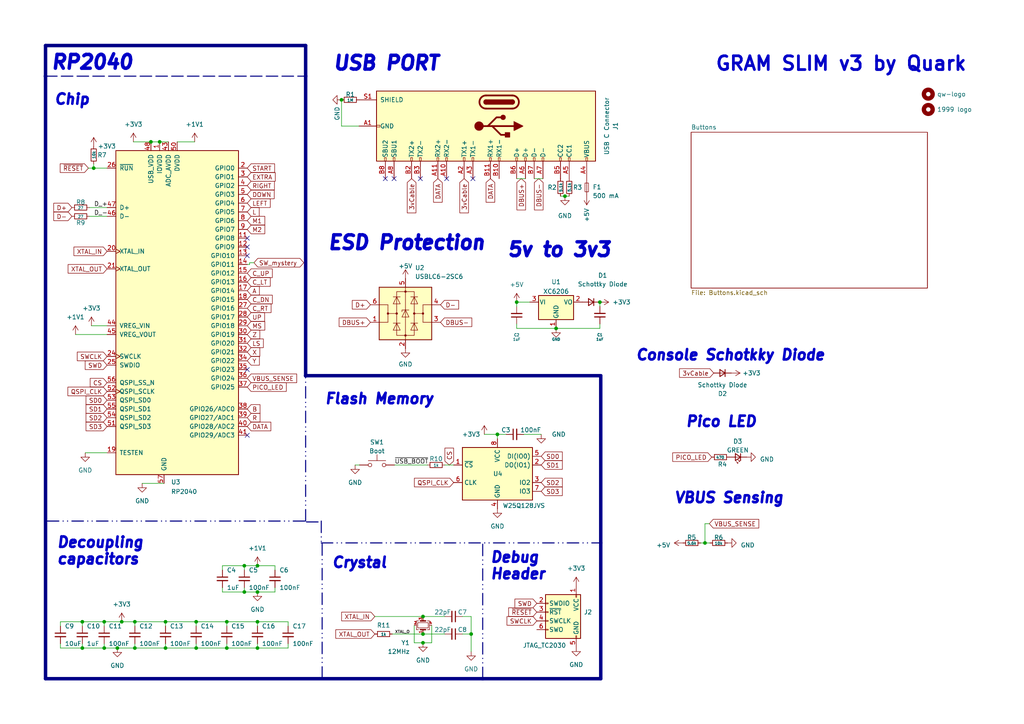
<source format=kicad_sch>
(kicad_sch (version 20230121) (generator eeschema)
  (paper "A4")
  (lib_symbols
    (symbol "Connector:USB_C_Receptacle" (pin_names (offset 1.016))
      (property "Reference" "J" (at -10.16 29.21 0))
      (property "Value" "USB_C_Receptacle" (at 10.16 29.21 0))
      (symbol "USB_C_Receptacle_1_1"
        (pin passive line (at 0 -40.64 90) (length 5.08) (name "GND") (number "A1"))
        (pin bidirectional line (at 15.24 -15.24 180) (length 5.08) (name "RX2-") (number "A10"))
        (pin bidirectional line (at 15.24 -17.78 180) (length 5.08) (name "RX2+") (number "A11"))
        (pin passive line (at 0 -40.64 90) (length 5.08) hide (name "GND") (number "A12"))
        (pin bidirectional line (at 15.24 -10.16 180) (length 5.08) (name "TX1+") (number "A2"))
        (pin bidirectional line (at 15.24 -7.62 180) (length 5.08) (name "TX1-") (number "A3"))
        (pin passive line (at 15.24 25.4 180) (length 5.08) (name "VBUS") (number "A4"))
        (pin bidirectional line (at 15.24 20.32 180) (length 5.08) (name "CC1") (number "A5"))
        (pin bidirectional line (at 15.24 7.62 180) (length 5.08) (name "D+") (number "A6"))
        (pin bidirectional line (at 15.24 12.7 180) (length 5.08) (name "D-") (number "A7"))
        (pin bidirectional line (at 15.24 -30.48 180) (length 5.08) (name "SBU1") (number "A8"))
        (pin passive line (at 15.24 25.4 180) (length 5.08) hide (name "VBUS") (number "A9"))
        (pin passive line (at 0 -40.64 90) (length 5.08) hide (name "GND") (number "B1"))
        (pin bidirectional line (at 15.24 0 180) (length 5.08) (name "RX1-") (number "B10"))
        (pin bidirectional line (at 15.24 -2.54 180) (length 5.08) (name "RX1+") (number "B11"))
        (pin passive line (at 0 -40.64 90) (length 5.08) hide (name "GND") (number "B12"))
        (pin bidirectional line (at 15.24 -25.4 180) (length 5.08) (name "TX2+") (number "B2"))
        (pin bidirectional line (at 15.24 -22.86 180) (length 5.08) (name "TX2-") (number "B3"))
        (pin passive line (at 15.24 25.4 180) (length 5.08) hide (name "VBUS") (number "B4"))
        (pin bidirectional line (at 15.24 17.78 180) (length 5.08) (name "CC2") (number "B5"))
        (pin bidirectional line (at 15.24 5.08 180) (length 5.08) (name "D+") (number "B6"))
        (pin bidirectional line (at 15.24 10.16 180) (length 5.08) (name "D-") (number "B7"))
        (pin bidirectional line (at 15.24 -33.02 180) (length 5.08) (name "SBU2") (number "B8"))
        (pin passive line (at 15.24 25.4 180) (length 5.08) hide (name "VBUS") (number "B9"))
        (pin passive line (at -7.62 -40.64 90) (length 5.08) (name "SHIELD") (number "S1"))
      )
    )
    (symbol "Device:C_Small" (pin_numbers hide) (pin_names (offset 0.254) hide)
      (property "Reference" "C" (at 0.254 1.778 0))
      (property "Value" "C_Small" (at 0.254 -2.032 0))
      (symbol "C_Small_1_1"
        (pin passive line (at 0 2.54 270) (length 2.032) (name "~") (number "1"))
        (pin passive line (at 0 -2.54 90) (length 2.032) (name "~") (number "2"))
      )
    )
    (symbol "Device:Crystal_GND24_Small" (pin_names (offset 1.016) hide)
      (property "Reference" "Y" (at 1.27 4.445 0))
      (property "Value" "Crystal_GND24_Small" (at 1.27 2.54 0))
      (symbol "Crystal_GND24_Small_1_1"
        (pin passive line (at -2.54 0 0) (length 1.27) (name "1") (number "1"))
        (pin passive line (at 0 -2.54 90) (length 0.635) (name "2") (number "2"))
        (pin passive line (at 2.54 0 180) (length 1.27) (name "3") (number "3"))
        (pin passive line (at 0 2.54 270) (length 0.635) (name "4") (number "4"))
      )
    )
    (symbol "Device:D_Small" (pin_numbers hide) (pin_names (offset 0.254) hide)
      (property "Reference" "D" (at -1.27 2.032 0))
      (property "Value" "D_Small" (at -3.81 -2.032 0))
      (symbol "D_Small_1_1"
        (pin passive line (at -2.54 0 0) (length 1.778) (name "K") (number "1"))
        (pin passive line (at 2.54 0 180) (length 1.778) (name "A") (number "2"))
      )
    )
    (symbol "Device:Fuse_Small" (pin_numbers hide) (pin_names (offset 0.254) hide)
      (property "Reference" "F" (at 0 -1.524 0))
      (property "Value" "Fuse_Small" (at 0 1.524 0))
      (symbol "Fuse_Small_1_1"
        (pin passive line (at -2.54 0 0) (length 1.27) (name "~") (number "1"))
        (pin passive line (at 2.54 0 180) (length 1.27) (name "~") (number "2"))
      )
    )
    (symbol "Device:LED_Small" (pin_numbers hide) (pin_names (offset 0.254) hide)
      (property "Reference" "D" (at -1.27 3.175 0))
      (property "Value" "LED_Small" (at -4.445 -2.54 0))
      (symbol "LED_Small_1_1"
        (pin passive line (at -2.54 0 0) (length 1.778) (name "K") (number "1"))
        (pin passive line (at 2.54 0 180) (length 1.778) (name "A") (number "2"))
      )
    )
    (symbol "Device:R_Small" (pin_numbers hide) (pin_names (offset 0.254) hide)
      (property "Reference" "R" (at 0.762 0.508 0))
      (property "Value" "R_Small" (at 0.762 -1.016 0))
      (symbol "R_Small_1_1"
        (pin passive line (at 0 2.54 270) (length 0.762) (name "~") (number "1"))
        (pin passive line (at 0 -2.54 90) (length 0.762) (name "~") (number "2"))
      )
    )
    (symbol "Mechanical:MountingHole" (pin_names (offset 1.016))
      (property "Reference" "H" (at 0 5.08 0))
      (property "Value" "MountingHole" (at 0 3.175 0))
    )
    (symbol "Memory_Flash:W25Q128JVS"
      (property "Reference" "U" (at -8.89 8.89 0))
      (property "Value" "W25Q128JVS" (at 7.62 8.89 0))
      (symbol "W25Q128JVS_1_1"
        (pin input line (at -12.7 2.54 0) (length 2.54) (name "~{CS}") (number "1"))
        (pin bidirectional line (at 12.7 2.54 180) (length 2.54) (name "DO(IO1)") (number "2"))
        (pin bidirectional line (at 12.7 -2.54 180) (length 2.54) (name "IO2") (number "3"))
        (pin power_in line (at 0 -10.16 90) (length 2.54) (name "GND") (number "4"))
        (pin bidirectional line (at 12.7 5.08 180) (length 2.54) (name "DI(IO0)") (number "5"))
        (pin input line (at -12.7 -2.54 0) (length 2.54) (name "CLK") (number "6"))
        (pin bidirectional line (at 12.7 -5.08 180) (length 2.54) (name "IO3") (number "7"))
        (pin power_in line (at 0 10.16 270) (length 2.54) (name "VCC") (number "8"))
      )
    )
    (symbol "Power_Protection:USBLC6-2SC6" (pin_names hide)
      (property "Reference" "U" (at 2.54 8.89 0))
      (property "Value" "USBLC6-2SC6" (at 2.54 -8.89 0))
      (symbol "USBLC6-2SC6_1_1"
        (pin passive line (at -10.16 -2.54 0) (length 2.54) (name "I/O1") (number "1"))
        (pin passive line (at 0 -10.16 90) (length 2.54) (name "GND") (number "2"))
        (pin passive line (at 10.16 -2.54 180) (length 2.54) (name "I/O2") (number "3"))
        (pin passive line (at 10.16 2.54 180) (length 2.54) (name "I/O2") (number "4"))
        (pin passive line (at 0 10.16 270) (length 2.54) (name "VBUS") (number "5"))
        (pin passive line (at -10.16 2.54 0) (length 2.54) (name "I/O1") (number "6"))
      )
    )
    (symbol "Regulator_Linear:XC6206PxxxMR" (pin_names (offset 0.254))
      (property "Reference" "U" (at -3.81 3.175 0))
      (property "Value" "XC6206PxxxMR" (at 0 3.175 0))
      (symbol "XC6206PxxxMR_1_1"
        (pin power_in line (at 0 -7.62 90) (length 2.54) (name "GND") (number "1"))
        (pin power_out line (at 7.62 0 180) (length 2.54) (name "VO") (number "2"))
        (pin power_in line (at -7.62 0 0) (length 2.54) (name "VI") (number "3"))
      )
    )
    (symbol "Sleep-lib:RP2040" (pin_names (offset 1.016))
      (property "Reference" "U" (at 8.89 51.435 0))
      (property "Value" "RP2040" (at 8.89 48.895 0))
      (symbol "RP2040_1_1"
        (pin power_in line (at -5.08 50.8 270) (length 2.54) (name "IOVDD") (number "1"))
        (pin power_in line (at -5.08 50.8 270) (length 2.54) hide (name "IOVDD") (number "10"))
        (pin input line (at 20.32 22.86 180) (length 2.54) (name "GPIO8") (number "11"))
        (pin input line (at 20.32 20.32 180) (length 2.54) (name "GPIO9") (number "12"))
        (pin input line (at 20.32 17.78 180) (length 2.54) (name "GPIO10") (number "13"))
        (pin input line (at 20.32 15.24 180) (length 2.54) (name "GPIO11") (number "14"))
        (pin input line (at 20.32 12.7 180) (length 2.54) (name "GPIO12") (number "15"))
        (pin input line (at 20.32 10.16 180) (length 2.54) (name "GPIO13") (number "16"))
        (pin input line (at 20.32 7.62 180) (length 2.54) (name "GPIO14") (number "17"))
        (pin input line (at 20.32 5.08 180) (length 2.54) (name "GPIO15") (number "18"))
        (pin input line (at -20.32 -39.37 0) (length 2.54) (name "TESTEN") (number "19"))
        (pin input line (at 20.32 43.18 180) (length 2.54) (name "GPIO0") (number "2"))
        (pin input clock (at -20.32 19.05 0) (length 2.54) (name "XTAL_IN") (number "20"))
        (pin input clock (at -20.32 13.97 0) (length 2.54) (name "XTAL_OUT") (number "21"))
        (pin power_in line (at -5.08 50.8 270) (length 2.54) hide (name "IOVDD") (number "22"))
        (pin power_in line (at 0 50.8 270) (length 2.54) hide (name "DVDD") (number "23"))
        (pin input clock (at -20.32 -11.43 0) (length 2.54) (name "SWCLK") (number "24"))
        (pin bidirectional line (at -20.32 -13.97 0) (length 2.54) (name "SWDIO") (number "25"))
        (pin input line (at -20.32 43.18 0) (length 2.54) (name "~{RUN}") (number "26"))
        (pin input line (at 20.32 2.54 180) (length 2.54) (name "GPIO16") (number "27"))
        (pin input line (at 20.32 0 180) (length 2.54) (name "GPIO17") (number "28"))
        (pin input line (at 20.32 -2.54 180) (length 2.54) (name "GPIO18") (number "29"))
        (pin input line (at 20.32 40.64 180) (length 2.54) (name "GPIO1") (number "3"))
        (pin input line (at 20.32 -5.08 180) (length 2.54) (name "GPIO19") (number "30"))
        (pin input line (at 20.32 -7.62 180) (length 2.54) (name "GPIO20") (number "31"))
        (pin input line (at 20.32 -10.16 180) (length 2.54) (name "GPIO21") (number "32"))
        (pin power_in line (at -5.08 50.8 270) (length 2.54) hide (name "IOVDD") (number "33"))
        (pin input line (at 20.32 -12.7 180) (length 2.54) (name "GPIO22") (number "34"))
        (pin input line (at 20.32 -15.24 180) (length 2.54) (name "GPIO23") (number "35"))
        (pin input line (at 20.32 -17.78 180) (length 2.54) (name "GPIO24") (number "36"))
        (pin input line (at 20.32 -20.32 180) (length 2.54) (name "GPIO25") (number "37"))
        (pin input line (at 20.32 -26.67 180) (length 2.54) (name "GPIO26/ADC0") (number "38"))
        (pin input line (at 20.32 -29.21 180) (length 2.54) (name "GPIO27/ADC1") (number "39"))
        (pin input line (at 20.32 38.1 180) (length 2.54) (name "GPIO2") (number "4"))
        (pin input line (at 20.32 -31.75 180) (length 2.54) (name "GPIO28/ADC2") (number "40"))
        (pin input line (at 20.32 -34.29 180) (length 2.54) (name "GPIO29/ADC3") (number "41"))
        (pin power_in line (at -5.08 50.8 270) (length 2.54) hide (name "IOVDD") (number "42"))
        (pin power_in line (at -2.54 50.8 270) (length 2.54) (name "ADC_AVDD") (number "43"))
        (pin power_in line (at -20.32 -2.54 0) (length 2.54) (name "VREG_VIN") (number "44"))
        (pin power_out line (at -20.32 -5.08 0) (length 2.54) (name "VREG_VOUT") (number "45"))
        (pin bidirectional line (at -20.32 29.21 0) (length 2.54) (name "D-") (number "46"))
        (pin bidirectional line (at -20.32 31.75 0) (length 2.54) (name "D+") (number "47"))
        (pin power_in line (at -7.62 50.8 270) (length 2.54) (name "USB_VDD") (number "48"))
        (pin power_in line (at -5.08 50.8 270) (length 2.54) hide (name "IOVDD") (number "49"))
        (pin input line (at 20.32 35.56 180) (length 2.54) (name "GPIO3") (number "5"))
        (pin power_in line (at 0 50.8 270) (length 2.54) (name "DVDD") (number "50"))
        (pin bidirectional line (at -20.32 -31.75 0) (length 2.54) (name "QSPI_SD3") (number "51"))
        (pin input clock (at -20.32 -21.59 0) (length 2.54) (name "QSPI_SCLK") (number "52"))
        (pin bidirectional line (at -20.32 -24.13 0) (length 2.54) (name "QSPI_SD0") (number "53"))
        (pin bidirectional line (at -20.32 -29.21 0) (length 2.54) (name "QSPI_SD2") (number "54"))
        (pin bidirectional line (at -20.32 -26.67 0) (length 2.54) (name "QSPI_SD1") (number "55"))
        (pin bidirectional line (at -20.32 -19.05 0) (length 2.54) (name "QSPI_SS_N") (number "56"))
        (pin power_in line (at -3.81 -48.26 90) (length 2.54) (name "GND") (number "57"))
        (pin input line (at 20.32 33.02 180) (length 2.54) (name "GPIO4") (number "6"))
        (pin input line (at 20.32 30.48 180) (length 2.54) (name "GPIO5") (number "7"))
        (pin input line (at 20.32 27.94 180) (length 2.54) (name "GPIO6") (number "8"))
        (pin input line (at 20.32 25.4 180) (length 2.54) (name "GPIO7") (number "9"))
      )
    )
    (symbol "Switch:SW_Push" (pin_numbers hide) (pin_names (offset 1.016) hide)
      (property "Reference" "SW" (at 1.27 2.54 0))
      (property "Value" "SW_Push" (at 0 -1.524 0))
      (symbol "SW_Push_0_1"
        (pin passive line (at -5.08 0 0) (length 2.54) (name "1") (number "1"))
        (pin passive line (at 5.08 0 180) (length 2.54) (name "2") (number "2"))
      )
    )
    (symbol "marbastlib-various:JTAG_TC2030" (pin_names (offset 1.016))
      (property "Reference" "J" (at -3.81 -6.35 0))
      (property "Value" "JTAG_TC2030" (at -10.16 8.89 0))
      (symbol "JTAG_TC2030_1_1"
        (pin passive line (at 5.08 10.16 270) (length 2.54) (name "VCC") (number "1"))
        (pin passive line (at -6.35 5.08 0) (length 2.54) (name "SWDIO") (number "2"))
        (pin passive line (at -6.35 2.54 0) (length 2.54) (name "~{RST}") (number "3"))
        (pin passive line (at -6.35 0 0) (length 2.54) (name "SWCLK") (number "4"))
        (pin passive line (at 5.08 -7.62 90) (length 2.54) (name "GND") (number "5"))
        (pin passive line (at -6.35 -2.54 0) (length 2.54) (name "SWO") (number "6"))
      )
    )
    (symbol "power:+1V1" (power) (pin_names (offset 0))
      (property "Value" "+1V1" (at 0 3.556 0))
      (symbol "+1V1_1_1"
        (pin power_in line (at 0 0 90) (length 0) hide (name "+1V1") (number "1"))
      )
    )
    (symbol "power:+3.3V" (power) (pin_names (offset 0))
      (property "Value" "+3.3V" (at 0 3.556 0))
      (symbol "+3.3V_1_1"
        (pin power_in line (at 0 0 90) (length 0) hide (name "+3V3") (number "1"))
      )
    )
    (symbol "power:+3V3" (power) (pin_names (offset 0))
      (property "Value" "+3V3" (at 0 3.556 0))
      (symbol "+3V3_1_1"
        (pin power_in line (at 0 0 90) (length 0) hide (name "+3V3") (number "1"))
      )
    )
    (symbol "power:+5V" (power) (pin_names (offset 0))
      (property "Value" "+5V" (at 0 3.556 0))
      (symbol "+5V_1_1"
        (pin power_in line (at 0 0 90) (length 0) hide (name "+5V") (number "1"))
      )
    )
    (symbol "power:GND" (power) (pin_names (offset 0))
      (property "Value" "GND" (at 0 -3.81 0))
      (symbol "GND_1_1"
        (pin power_in line (at 0 0 270) (length 0) hide (name "GND") (number "1"))
      )
    )
  )
  (junction (at 23.876 180.34))
  (junction (at 48.006 180.34))
  (junction (at 88.646 22.098))
  (junction (at 74.676 171.704))
  (junction (at 74.676 180.34))
  (junction (at 30.226 187.96))
  (junction (at 27.178 48.768))
  (junction (at 70.866 171.704))
  (junction (at 149.86 87.63) (diameter 0.9144))
  (junction (at 56.896 187.96))
  (junction (at 99.06 28.956))
  (junction (at 204.47 157.48))
  (junction (at 144.272 125.984))
  (junction (at 174.244 157.4631))
  (junction (at 140.001 196.85))
  (junction (at 65.786 180.34))
  (junction (at 136.652 183.896))
  (junction (at 39.116 180.34))
  (junction (at 30.226 180.34))
  (junction (at 23.876 187.96))
  (junction (at 13.208 22.098))
  (junction (at 122.682 178.816))
  (junction (at 65.786 187.96))
  (junction (at 74.676 187.96))
  (junction (at 74.676 164.084))
  (junction (at 70.866 164.084))
  (junction (at 173.99 87.63))
  (junction (at 56.896 180.34))
  (junction (at 39.116 187.96))
  (junction (at 161.29 95.25) (diameter 0.9144))
  (junction (at 46.3108 41.148))
  (junction (at 48.006 187.96))
  (junction (at 43.7708 41.148))
  (junction (at 88.646 108.966))
  (junction (at 163.8554 56.896))
  (junction (at 122.682 183.896))
  (junction (at 122.682 186.436))
  (junction (at 34.036 187.96))
  (junction (at 35.306 180.34))
  (no_connect (at 111.76 51.816))
  (no_connect (at 71.7108 69.088))
  (no_connect (at 137.16 51.816))
  (no_connect (at 121.92 51.816))
  (no_connect (at 114.3 51.816))
  (no_connect (at 71.7108 74.168))
  (no_connect (at 71.7108 71.628))
  (no_connect (at 71.7108 107.188))
  (no_connect (at 129.54 51.816))
  (no_connect (at 71.7108 126.238))
  (wire (pts (xy 72.39 76.2) (xy 72.39 76.708)))
  (wire (pts (xy 64.516 164.084) (xy 64.516 165.354)))
  (wire (pts (xy 24.7208 131.318) (xy 31.0708 131.318)))
  (wire (pts (xy 151.892 125.984) (xy 156.972 125.984)))
  (bus (pts (xy 88.646 151.13) (xy 88.646 108.966)) (stroke (width 0) (type dash_dot_dot)))
  (wire (pts (xy 120.142 181.356) (xy 120.142 186.436)))
  (wire (pts (xy 173.99 93.9546) (xy 173.99 95.25)))
  (wire (pts (xy 39.116 187.96) (xy 39.116 186.69)))
  (wire (pts (xy 74.676 180.34) (xy 74.676 181.61)))
  (wire (pts (xy 34.036 187.96) (xy 39.116 187.96)))
  (wire (pts (xy 136.652 183.896) (xy 134.112 183.896)))
  (wire (pts (xy 25.94 62.738) (xy 31.0708 62.738)))
  (wire (pts (xy 136.652 183.896) (xy 136.652 188.976)))
  (bus (pts (xy 174.244 196.85) (xy 174.244 157.4631)) (stroke (width 1)))
  (wire (pts (xy 72.39 76.708) (xy 71.7108 76.708)))
  (wire (pts (xy 70.866 164.084) (xy 70.866 165.354)))
  (wire (pts (xy 99.06 36.576) (xy 99.06 28.956)))
  (wire (pts (xy 31.0708 97.028) (xy 21.9014 97.028)))
  (bus (pts (xy 13.208 196.85) (xy 140.001 196.85)) (stroke (width 1)))
  (wire (pts (xy 25.94 60.198) (xy 31.0708 60.198)))
  (bus (pts (xy 140.001 196.85) (xy 140.001 157.48)) (stroke (width 0) (type dash_dot_dot)))
  (wire (pts (xy 73.66 76.2) (xy 72.39 76.2)))
  (wire (pts (xy 102.997 134.874) (xy 104.267 134.874)))
  (wire (pts (xy 120.142 186.436) (xy 122.682 186.436)))
  (bus (pts (xy 13.208 13.208) (xy 88.646 13.208)) (stroke (width 1)))
  (wire (pts (xy 64.516 170.434) (xy 64.516 171.704)))
  (wire (pts (xy 56.896 186.69) (xy 56.896 187.96)))
  (wire (pts (xy 17.526 186.69) (xy 17.526 187.96)))
  (wire (pts (xy 136.652 178.816) (xy 136.652 183.896)))
  (bus (pts (xy 13.208 22.098) (xy 88.646 22.098)) (stroke (width 0) (type dash)))
  (wire (pts (xy 26.5242 94.488) (xy 31.0708 94.488)))
  (wire (pts (xy 65.786 180.34) (xy 65.786 181.61)))
  (bus (pts (xy 88.646 108.966) (xy 174.244 108.966)) (stroke (width 1)))
  (wire (pts (xy 38.6908 41.148) (xy 43.7708 41.148)))
  (wire (pts (xy 152.4 51.816) (xy 149.86 51.816)))
  (wire (pts (xy 17.526 187.96) (xy 23.876 187.96)))
  (wire (pts (xy 70.866 170.434) (xy 70.866 171.704)))
  (wire (pts (xy 162.56 56.896) (xy 163.8554 56.896)))
  (bus (pts (xy 140.001 196.85) (xy 174.244 196.85)) (stroke (width 1)))
  (wire (pts (xy 79.756 171.704) (xy 79.756 170.434)))
  (wire (pts (xy 129.032 183.896) (xy 122.682 183.896)))
  (wire (pts (xy 104.14 36.576) (xy 99.06 36.576)))
  (wire (pts (xy 74.676 180.34) (xy 83.566 180.34)))
  (wire (pts (xy 65.786 186.69) (xy 65.786 187.96)))
  (wire (pts (xy 149.86 87.63) (xy 153.67 87.63)))
  (wire (pts (xy 39.116 187.96) (xy 48.006 187.96)))
  (wire (pts (xy 70.866 171.704) (xy 74.676 171.704)))
  (wire (pts (xy 25.6351 48.768) (xy 27.178 48.768)))
  (wire (pts (xy 48.006 187.96) (xy 56.896 187.96)))
  (bus (pts (xy 174.244 157.4631) (xy 174.244 108.966)) (stroke (width 1)))
  (wire (pts (xy 30.226 180.34) (xy 23.876 180.34)))
  (wire (pts (xy 83.566 180.34) (xy 83.566 181.61)))
  (wire (pts (xy 39.116 180.34) (xy 39.116 181.61)))
  (wire (pts (xy 129.032 134.874) (xy 131.572 134.874)))
  (wire (pts (xy 83.566 187.96) (xy 83.566 186.69)))
  (bus (pts (xy 88.646 13.208) (xy 88.646 22.098)) (stroke (width 1)))
  (wire (pts (xy 39.116 180.34) (xy 48.006 180.34)))
  (wire (pts (xy 70.866 164.084) (xy 64.516 164.084)))
  (wire (pts (xy 74.676 164.084) (xy 79.756 164.084)))
  (wire (pts (xy 35.306 180.34) (xy 39.116 180.34)))
  (wire (pts (xy 140.462 125.984) (xy 144.272 125.984)))
  (wire (pts (xy 114.427 134.874) (xy 123.952 134.874)))
  (wire (pts (xy 204.47 157.48) (xy 205.9178 157.48)))
  (bus (pts (xy 93.1852 151.13) (xy 93.1852 157.4631)) (stroke (width 0) (type dash_dot_dot)))
  (wire (pts (xy 48.006 187.96) (xy 48.006 186.69)))
  (wire (pts (xy 23.876 180.34) (xy 23.876 181.61)))
  (wire (pts (xy 65.786 180.34) (xy 74.676 180.34)))
  (wire (pts (xy 203.2 157.48) (xy 204.47 157.48)))
  (wire (pts (xy 149.86 93.98) (xy 149.86 95.25)))
  (wire (pts (xy 204.47 151.892) (xy 204.47 157.48)))
  (wire (pts (xy 144.272 125.984) (xy 146.812 125.984)))
  (wire (pts (xy 79.756 164.084) (xy 79.756 165.354)))
  (wire (pts (xy 30.226 180.34) (xy 30.226 181.61)))
  (wire (pts (xy 157.48 51.816) (xy 154.94 51.816)))
  (wire (pts (xy 30.226 187.96) (xy 34.036 187.96)))
  (wire (pts (xy 74.676 187.96) (xy 74.676 186.69)))
  (wire (pts (xy 17.526 180.34) (xy 23.876 180.34)))
  (wire (pts (xy 30.226 180.34) (xy 35.306 180.34)))
  (bus (pts (xy 88.646 22.098) (xy 88.646 108.966)) (stroke (width 1)))
  (wire (pts (xy 27.178 47.498) (xy 27.178 48.768)))
  (wire (pts (xy 161.29 95.25) (xy 173.99 95.25)))
  (wire (pts (xy 46.3108 41.148) (xy 48.8508 41.148)))
  (wire (pts (xy 125.222 181.356) (xy 125.222 186.436)))
  (wire (pts (xy 108.712 178.816) (xy 122.682 178.816)))
  (wire (pts (xy 64.516 171.704) (xy 70.866 171.704)))
  (wire (pts (xy 122.682 183.896) (xy 113.792 183.896)))
  (wire (pts (xy 48.006 180.34) (xy 48.006 181.61)))
  (wire (pts (xy 144.272 125.984) (xy 144.272 127.254)))
  (bus (pts (xy 88.9 151.384) (xy 93.4392 151.384)) (stroke (width 0) (type dash_dot_dot)))
  (wire (pts (xy 30.226 186.69) (xy 30.226 187.96)))
  (bus (pts (xy 93.1852 157.4631) (xy 174.244 157.4631)) (stroke (width 0) (type dash_dot_dot)))
  (wire (pts (xy 51.3908 41.148) (xy 56.4708 41.148)))
  (bus (pts (xy 93.4392 157.7171) (xy 93.4392 197.104)) (stroke (width 0) (type dash_dot_dot)))
  (wire (pts (xy 48.006 180.34) (xy 56.896 180.34)))
  (wire (pts (xy 125.222 186.436) (xy 122.682 186.436)))
  (wire (pts (xy 149.86 87.63) (xy 149.86 88.9)))
  (wire (pts (xy 56.896 180.34) (xy 65.786 180.34)))
  (wire (pts (xy 161.29 95.25) (xy 149.86 95.25)))
  (wire (pts (xy 163.8554 56.896) (xy 165.1 56.896)))
  (wire (pts (xy 56.896 180.34) (xy 56.896 181.61)))
  (wire (pts (xy 173.99 88.8746) (xy 173.99 87.63)))
  (wire (pts (xy 74.676 187.96) (xy 83.566 187.96)))
  (wire (pts (xy 23.876 187.96) (xy 30.226 187.96)))
  (wire (pts (xy 23.876 186.69) (xy 23.876 187.96)))
  (wire (pts (xy 205.74 151.892) (xy 204.47 151.892)))
  (bus (pts (xy 174.244 157.4631) (xy 174.244 157.48)))
  (bus (pts (xy 13.716 151.13) (xy 88.646 151.13)) (stroke (width 0) (type dash_dot_dot)))
  (wire (pts (xy 129.032 178.816) (xy 122.682 178.816)))
  (wire (pts (xy 41.2308 140.208) (xy 47.5808 140.208)))
  (bus (pts (xy 13.208 13.208) (xy 13.208 22.098)) (stroke (width 1)))
  (wire (pts (xy 56.896 187.96) (xy 65.786 187.96)))
  (bus (pts (xy 13.208 22.098) (xy 13.208 196.85)) (stroke (width 1)))
  (wire (pts (xy 74.676 171.704) (xy 79.756 171.704)))
  (wire (pts (xy 27.178 48.768) (xy 31.0708 48.768)))
  (wire (pts (xy 74.676 164.084) (xy 70.866 164.084)))
  (wire (pts (xy 43.7708 41.148) (xy 46.3108 41.148)))
  (wire (pts (xy 65.786 187.96) (xy 74.676 187.96)))
  (wire (pts (xy 17.526 181.61) (xy 17.526 180.34)))
  (wire (pts (xy 134.112 178.816) (xy 136.652 178.816)))
  (text "GRAM SLIM v3 by Quark" (at 280.67 20.955 0) (effects (font (size 4 4) (thickness 0.8) bold) (justify right bottom)))
  (text "Flash Memory" (at 93.98 117.602 0) (effects (font (size 3 3) (thickness 2) bold italic) (justify left bottom)))
  (text "5v to 3v3" (at 146.812 74.93 0) (effects (font (size 4 4) (thickness 2) bold italic) (justify left bottom)))
  (text "Pico LED" (at 198.628 124.206 0) (effects (font (size 3 3) (thickness 2) bold italic) (justify left bottom)))
  (text "Crystal" (at 96.012 165.1 0) (effects (font (size 3 3) (thickness 2) bold italic) (justify left bottom)))
  (text "Chip" (at 15.494 30.734 0) (effects (font (size 3 3) (thickness 2) bold italic) (justify left bottom)))
  (text "Console Schotkky Diode" (at 184.15 104.902 0) (effects (font (size 3 3) (thickness 2) bold italic) (justify left bottom)))
  (text "RP2040" (at 14.478 20.574 0) (effects (font (size 4 4) (thickness 2) bold italic) (justify left bottom)))
  (text "VBUS Sensing" (at 195.326 146.304 0) (effects (font (size 3 3) (thickness 2) bold italic) (justify left bottom)))
  (text "Debug\nHeader" (at 141.986 168.402 0) (effects (font (size 3 3) (thickness 2) bold italic) (justify left bottom)))
  (text "USB PORT" (at 96.266 20.828 0) (effects (font (size 4 4) (thickness 2) bold italic) (justify left bottom)))
  (text "ESD Protection" (at 94.742 72.898 0) (effects (font (size 4 4) (thickness 2) bold italic) (justify left bottom)))
  (text "Decoupling\ncapacitors" (at 16.256 164.084 0) (effects (font (size 3 3) (thickness 2) bold italic) (justify left bottom)))
  (label "XTAL_O" (at 118.872 183.896 180) (effects (font (size 0.8 0.8))))
  (label "~{USB_BOOT}" (at 114.427 134.874 0))
  (label "D_+" (at 27.2608 60.198 0))
  (label "D_-" (at 27.2608 62.738 0))
  (global_label "~{RESET}" (shape input) (at 25.6351 48.768 180) (property "Intersheetrefs" "${INTERSHEET_REFS}" (effects hide)))
  (global_label "RIGHT" (shape input) (at 71.7108 53.848 0) (property "Intersheetrefs" "${INTERSHEET_REFS}" (effects hide)))
  (global_label "SD1" (shape input) (at 31.0708 118.618 180) (property "Intersheetrefs" "${INTERSHEET_REFS}" (effects hide)))
  (global_label "DBUS+" (shape input) (at 107.442 93.472 180) (property "Intersheetrefs" "${INTERSHEET_REFS}" (effects hide)))
  (global_label "DOWN" (shape input) (at 71.7108 56.388 0) (property "Intersheetrefs" "${INTERSHEET_REFS}" (effects hide)))
  (global_label "DBUS-" (shape input) (at 156.2608 51.816 270) (property "Intersheetrefs" "${INTERSHEET_REFS}" (effects hide)))
  (global_label "SWD" (shape input) (at 155.702 175.006 180) (property "Intersheetrefs" "${INTERSHEET_REFS}" (effects hide)))
  (global_label "D+" (shape input) (at 107.442 88.392 180) (property "Intersheetrefs" "${INTERSHEET_REFS}" (effects hide)))
  (global_label "SWCLK" (shape input) (at 155.702 180.086 180) (property "Intersheetrefs" "${INTERSHEET_REFS}" (effects hide)))
  (global_label "DATA" (shape input) (at 71.7108 123.698 0) (property "Intersheetrefs" "${INTERSHEET_REFS}" (effects hide)))
  (global_label "XTAL_OUT" (shape input) (at 108.712 183.896 180) (property "Intersheetrefs" "${INTERSHEET_REFS}" (effects hide)))
  (global_label "C_DN" (shape input) (at 71.7108 86.868 0) (property "Intersheetrefs" "${INTERSHEET_REFS}" (effects hide)))
  (global_label "DBUS+" (shape input) (at 151.1808 51.816 270) (property "Intersheetrefs" "${INTERSHEET_REFS}" (effects hide)))
  (global_label "DBUS-" (shape input) (at 127.762 93.472 0) (property "Intersheetrefs" "${INTERSHEET_REFS}" (effects hide)))
  (global_label "M2" (shape input) (at 71.7108 66.548 0) (property "Intersheetrefs" "${INTERSHEET_REFS}" (effects hide)))
  (global_label "SWCLK" (shape input) (at 31.0708 103.378 180) (property "Intersheetrefs" "${INTERSHEET_REFS}" (effects hide)))
  (global_label "QSPI_CLK" (shape input) (at 131.572 139.954 180) (property "Intersheetrefs" "${INTERSHEET_REFS}" (effects hide)))
  (global_label "3vCable" (shape input) (at 134.62 51.816 270) (property "Intersheetrefs" "${INTERSHEET_REFS}" (effects hide)))
  (global_label "SD1" (shape input) (at 156.972 134.874 0) (property "Intersheetrefs" "${INTERSHEET_REFS}" (effects hide)))
  (global_label "XTAL_IN" (shape input) (at 31.0708 72.898 180) (property "Intersheetrefs" "${INTERSHEET_REFS}" (effects hide)))
  (global_label "3vCable" (shape input) (at 207.01 108.204 180) (property "Intersheetrefs" "${INTERSHEET_REFS}" (effects hide)))
  (global_label "X" (shape input) (at 71.7108 102.108 0) (property "Intersheetrefs" "${INTERSHEET_REFS}" (effects hide)))
  (global_label "L" (shape input) (at 71.7108 61.468 0) (property "Intersheetrefs" "${INTERSHEET_REFS}" (effects hide)))
  (global_label "PICO_LED" (shape input) (at 71.7108 112.268 0) (property "Intersheetrefs" "${INTERSHEET_REFS}" (effects hide)))
  (global_label "VBUS_SENSE" (shape input) (at 205.74 151.892 0) (property "Intersheetrefs" "${INTERSHEET_REFS}" (effects hide)))
  (global_label "C_LT" (shape input) (at 71.7108 81.788 0) (property "Intersheetrefs" "${INTERSHEET_REFS}" (effects hide)))
  (global_label "B" (shape input) (at 71.7108 118.618 0) (property "Intersheetrefs" "${INTERSHEET_REFS}" (effects hide)))
  (global_label "CS" (shape input) (at 31.0708 110.998 180) (property "Intersheetrefs" "${INTERSHEET_REFS}" (effects hide)))
  (global_label "EXTRA" (shape input) (at 71.7108 51.308 0) (property "Intersheetrefs" "${INTERSHEET_REFS}" (effects hide)))
  (global_label "D-" (shape input) (at 127.762 88.392 0) (property "Intersheetrefs" "${INTERSHEET_REFS}" (effects hide)))
  (global_label "XTAL_OUT" (shape input) (at 31.0708 77.978 180) (property "Intersheetrefs" "${INTERSHEET_REFS}" (effects hide)))
  (global_label "SW_mystery" (shape bidirectional) (at 73.66 76.2 0) (property "Intersheetrefs" "${INTERSHEET_REFS}" (effects hide)))
  (global_label "SD2" (shape input) (at 156.972 139.954 0) (property "Intersheetrefs" "${INTERSHEET_REFS}" (effects hide)))
  (global_label "Y" (shape input) (at 71.7108 104.648 0) (property "Intersheetrefs" "${INTERSHEET_REFS}" (effects hide)))
  (global_label "M1" (shape input) (at 71.7108 64.008 0) (property "Intersheetrefs" "${INTERSHEET_REFS}" (effects hide)))
  (global_label "C_RT" (shape input) (at 71.7108 89.408 0) (property "Intersheetrefs" "${INTERSHEET_REFS}" (effects hide)))
  (global_label "SWD" (shape input) (at 31.0708 105.918 180) (property "Intersheetrefs" "${INTERSHEET_REFS}" (effects hide)))
  (global_label "3vCable" (shape input) (at 119.38 51.816 270) (property "Intersheetrefs" "${INTERSHEET_REFS}" (effects hide)))
  (global_label "LS" (shape input) (at 71.7108 99.568 0) (property "Intersheetrefs" "${INTERSHEET_REFS}" (effects hide)))
  (global_label "SD0" (shape input) (at 156.972 132.334 0) (property "Intersheetrefs" "${INTERSHEET_REFS}" (effects hide)))
  (global_label "XTAL_IN" (shape input) (at 108.712 178.816 180) (property "Intersheetrefs" "${INTERSHEET_REFS}" (effects hide)))
  (global_label "SD2" (shape input) (at 31.0708 121.158 180) (property "Intersheetrefs" "${INTERSHEET_REFS}" (effects hide)))
  (global_label "START" (shape input) (at 71.7108 48.768 0) (property "Intersheetrefs" "${INTERSHEET_REFS}" (effects hide)))
  (global_label "Z" (shape input) (at 71.7108 97.028 0) (property "Intersheetrefs" "${INTERSHEET_REFS}" (effects hide)))
  (global_label "UP" (shape input) (at 71.7108 91.948 0) (property "Intersheetrefs" "${INTERSHEET_REFS}" (effects hide)))
  (global_label "QSPI_CLK" (shape input) (at 31.0708 113.538 180) (property "Intersheetrefs" "${INTERSHEET_REFS}" (effects hide)))
  (global_label "SD3" (shape input) (at 156.972 142.494 0) (property "Intersheetrefs" "${INTERSHEET_REFS}" (effects hide)))
  (global_label "DATA" (shape input) (at 127 51.816 270) (property "Intersheetrefs" "${INTERSHEET_REFS}" (effects hide)))
  (global_label "DATA" (shape input) (at 142.24 51.816 270) (property "Intersheetrefs" "${INTERSHEET_REFS}" (effects hide)))
  (global_label "C_UP" (shape input) (at 71.7108 79.248 0) (property "Intersheetrefs" "${INTERSHEET_REFS}" (effects hide)))
  (global_label "D+" (shape input) (at 20.86 60.198 180) (property "Intersheetrefs" "${INTERSHEET_REFS}" (effects hide)))
  (global_label "PICO_LED" (shape input) (at 206.4258 132.588 180) (property "Intersheetrefs" "${INTERSHEET_REFS}" (effects hide)))
  (global_label "R" (shape input) (at 71.7108 121.158 0) (property "Intersheetrefs" "${INTERSHEET_REFS}" (effects hide)))
  (global_label "CS" (shape input) (at 130.302 134.874 90) (property "Intersheetrefs" "${INTERSHEET_REFS}" (effects hide)))
  (global_label "A" (shape input) (at 71.7108 84.328 0) (property "Intersheetrefs" "${INTERSHEET_REFS}" (effects hide)))
  (global_label "LEFT" (shape input) (at 71.7108 58.928 0) (property "Intersheetrefs" "${INTERSHEET_REFS}" (effects hide)))
  (global_label "SD0" (shape input) (at 31.0708 116.078 180) (property "Intersheetrefs" "${INTERSHEET_REFS}" (effects hide)))
  (global_label "D-" (shape input) (at 20.86 62.738 180) (property "Intersheetrefs" "${INTERSHEET_REFS}" (effects hide)))
  (global_label "~{RESET}" (shape input) (at 155.702 177.546 180) (property "Intersheetrefs" "${INTERSHEET_REFS}" (effects hide)))
  (global_label "VBUS_SENSE" (shape input) (at 71.7108 109.728 0) (property "Intersheetrefs" "${INTERSHEET_REFS}" (effects hide)))
  (global_label "SD3" (shape input) (at 31.0708 123.698 180) (property "Intersheetrefs" "${INTERSHEET_REFS}" (effects hide)))
  (global_label "MS" (shape input) (at 71.7108 94.488 0) (property "Intersheetrefs" "${INTERSHEET_REFS}" (effects hide)))
  (symbol (lib_id "power:GND") (at 102.997 134.874 0) (unit 1)
    (property "Reference" "#PWR019" (effects hide))
    (property "Value" "GND" (at 102.997 139.954 0))
  )
  (symbol (lib_id "Device:R_Small") (at 101.6 28.956 90) (unit 1)
    (property "Reference" "R1" (at 101.6 27.4066 90))
    (property "Value" "1M" (at 101.6 29.0576 90) (effects (font (size 0.8 0.8))))
    (property "Footprint" "Resistor_SMD:R_0603_1608Metric" (effects hide))
    (property "LCSC" "C25190" (effects hide))
  )
  (symbol (lib_id "Device:C_Small") (at 30.226 184.15 0) (unit 1)
    (property "Reference" "C11" (at 31.496 181.6099 0) (effects (justify left)))
    (property "Value" "100nF" (at 31.496 186.6899 0) (effects (justify left)))
    (property "Footprint" "Capacitor_SMD:C_0402_1005Metric" (effects hide))
    (property "LCSC" "C1525" (effects hide))
  )
  (symbol (lib_id "Device:R_Small") (at 23.4 62.738 90) (unit 1)
    (property "Reference" "R9" (at 23.4 64.6176 90))
    (property "Value" "27" (at 23.4 62.8396 90) (effects (font (size 0.8 0.8))))
    (property "Footprint" "Resistor_SMD:R_0603_1608Metric" (effects hide))
    (property "LCSC" "C25190" (effects hide))
  )
  (symbol (lib_id "Mechanical:MountingHole") (at 269.24 31.75 0) (unit 1)
    (property "Reference" "H2" (effects hide))
    (property "Value" "1999 logo" (at 271.78 31.75 0) (effects (justify left)))
    (property "Footprint" "1999:1999 logo md" (effects hide))
  )
  (symbol (lib_id "power:GND") (at 117.602 101.092 0) (unit 1)
    (property "Reference" "#PWR013" (effects hide))
    (property "Value" "GND" (at 117.602 105.6545 0))
  )
  (symbol (lib_id "Device:Crystal_GND24_Small") (at 122.682 181.356 270) (mirror x) (unit 1)
    (property "Reference" "Y1" (at 118.872 186.436 90) (effects (justify right)))
    (property "Value" "12MHz" (at 118.872 188.976 90) (effects (justify right)))
    (property "Footprint" "Crystal:Crystal_SMD_3225-4Pin_3.2x2.5mm" (effects hide))
    (property "LCSC" "C9002" (effects hide))
  )
  (symbol (lib_id "power:+5V") (at 117.602 80.772 0) (unit 1)
    (property "Reference" "#PWR07" (effects hide))
    (property "Value" "+5V" (at 117.602 77.1675 0))
  )
  (symbol (lib_id "Device:LED_Small") (at 214.0458 132.588 180) (unit 1)
    (property "Reference" "D3" (at 213.9823 128.016 0))
    (property "Value" "GREEN" (at 213.9823 130.556 0))
    (property "Footprint" "LED_SMD:LED_0805_2012Metric" (effects hide))
  )
  (symbol (lib_id "Device:D_Small") (at 209.55 108.204 180) (unit 1)
    (property "Reference" "D2" (at 209.55 114.1984 0))
    (property "Value" "Schottky Diode" (at 209.55 111.6584 0))
    (property "Footprint" "Diode_SMD:D_SOD-123" (effects hide))
    (property "LCSC" "C130880" (effects hide))
  )
  (symbol (lib_id "Memory_Flash:W25Q128JVS") (at 144.272 137.414 0) (unit 1)
    (property "Reference" "U4" (at 143.002 137.414 0) (effects (justify left)))
    (property "Value" "W25Q128JVS" (at 145.7918 146.6562 0) (effects (justify left)))
    (property "Footprint" "Package_SO:SOIC-8_5.23x5.23mm_P1.27mm" (effects hide))
    (property "Datasheet" "http://www.winbond.com/resource-files/w25q128jv_dtr%20revc%2003272018%20plus.pdf" (effects hide))
    (property "LCSC" "C97521" (effects hide))
  )
  (symbol (lib_id "Device:C_Small") (at 173.99 91.4146 180) (unit 1)
    (property "Reference" "C1" (at 173.99 97.1296 0) (effects (font (size 0.762 0.762))))
    (property "Value" "1uF" (at 173.99 98.3996 0) (effects (font (size 0.762 0.762))))
    (property "Footprint" "Capacitor_SMD:C_0402_1005Metric" (effects hide))
    (property "LCSC" "C52923" (effects hide))
  )
  (symbol (lib_id "power:+3V3") (at 212.09 108.204 270) (unit 1)
    (property "Reference" "#PWR014" (effects hide))
    (property "Value" "+3V3" (at 220.6244 108.204 90) (effects (justify right)))
  )
  (symbol (lib_id "power:+5V") (at 149.86 87.63 0) (unit 1)
    (property "Reference" "#PWR08" (effects hide))
    (property "Value" "+5V" (at 149.86 82.55 0))
  )
  (symbol (lib_id "Device:R_Small") (at 208.4578 157.48 90) (unit 1)
    (property "Reference" "R6" (at 209.7949 155.9071 90) (effects (justify left)))
    (property "Value" "10k" (at 209.5918 157.5916 90) (effects (font (size 0.8 0.8)) (justify left)))
    (property "Footprint" "Resistor_SMD:R_0603_1608Metric" (effects hide))
  )
  (symbol (lib_id "power:GND") (at 122.682 186.436 0) (mirror y) (unit 1)
    (property "Reference" "#PWR028" (effects hide))
    (property "Value" "GND" (at 122.682 191.516 0))
  )
  (symbol (lib_id "power:GND") (at 167.132 187.706 0) (unit 1)
    (property "Reference" "#PWR029" (effects hide))
    (property "Value" "GND" (at 167.132 192.786 0))
  )
  (symbol (lib_id "Device:C_Small") (at 56.896 184.15 0) (unit 1)
    (property "Reference" "C14" (at 58.166 181.6099 0) (effects (justify left)))
    (property "Value" "100nF" (at 58.166 186.6899 0) (effects (justify left)))
    (property "Footprint" "Capacitor_SMD:C_0402_1005Metric" (effects hide))
    (property "LCSC" "C1525" (effects hide))
  )
  (symbol (lib_id "power:+5V") (at 198.12 157.48 90) (unit 1)
    (property "Reference" "#PWR022" (effects hide))
    (property "Value" "+5V" (at 194.437 158.115 90) (effects (justify left)))
  )
  (symbol (lib_id "power:+3V3") (at 35.306 180.34 0) (unit 1)
    (property "Reference" "#PWR027" (effects hide))
    (property "Value" "+3V3" (at 35.306 175.26 0))
  )
  (symbol (lib_id "Device:D_Small") (at 171.45 87.63 180) (unit 1)
    (property "Reference" "D1" (at 174.8028 79.883 0))
    (property "Value" "Schottky Diode" (at 174.8028 82.423 0))
    (property "Footprint" "Diode_SMD:D_SOD-123" (effects hide))
    (property "LCSC" "C130880" (effects hide))
  )
  (symbol (lib_id "Device:C_Small") (at 17.526 184.15 0) (unit 1)
    (property "Reference" "C9" (at 18.796 181.6099 0) (effects (justify left)))
    (property "Value" "10uF" (at 18.796 186.6899 0) (effects (justify left)))
    (property "Footprint" "Capacitor_SMD:C_0402_1005Metric" (effects hide))
    (property "LCSC" "C15525" (effects hide))
  )
  (symbol (lib_id "power:GND") (at 144.272 147.574 0) (unit 1)
    (property "Reference" "#PWR021" (effects hide))
    (property "Value" "GND" (at 144.272 152.654 0))
  )
  (symbol (lib_id "Device:R_Small") (at 208.9658 132.588 90) (unit 1)
    (property "Reference" "R4" (at 210.8765 134.6651 90) (effects (justify left)))
    (property "Value" "470" (at 210.0998 132.6996 90) (effects (font (size 0.8 0.8)) (justify left)))
    (property "Footprint" "Resistor_SMD:R_0402_1005Metric" (effects hide))
  )
  (symbol (lib_id "Device:C_Small") (at 83.566 184.15 0) (unit 1)
    (property "Reference" "C17" (at 84.836 181.6099 0) (effects (justify left)))
    (property "Value" "100nF" (at 84.836 186.6899 0) (effects (justify left)))
    (property "Footprint" "Capacitor_SMD:C_0402_1005Metric" (effects hide))
    (property "LCSC" "C1525" (effects hide))
  )
  (symbol (lib_id "power:GND") (at 210.9978 157.48 90) (unit 1)
    (property "Reference" "#PWR023" (effects hide))
    (property "Value" "GND" (at 214.8078 158.115 90) (effects (justify right)))
  )
  (symbol (lib_id "Device:C_Small") (at 149.352 125.984 90) (unit 1)
    (property "Reference" "C3" (at 148.0819 124.714 90) (effects (justify left)))
    (property "Value" "100nF" (at 156.9719 124.714 90) (effects (justify left)))
    (property "Footprint" "Capacitor_SMD:C_0402_1005Metric" (effects hide))
    (property "LCSC" "C1525" (effects hide))
  )
  (symbol (lib_id "Device:C_Small") (at 79.756 167.894 0) (unit 1)
    (property "Reference" "C6" (at 81.026 165.3539 0) (effects (justify left)))
    (property "Value" "100nF" (at 81.026 170.4339 0) (effects (justify left)))
    (property "Footprint" "Capacitor_SMD:C_0402_1005Metric" (effects hide))
    (property "LCSC" "C1525" (effects hide))
  )
  (symbol (lib_id "power:+3V3") (at 26.5242 94.488 0) (unit 1)
    (property "Reference" "#PWR010" (effects hide))
    (property "Value" "+3V3" (at 26.5242 89.408 0))
  )
  (symbol (lib_id "Regulator_Linear:XC6206PxxxMR") (at 161.29 87.63 0) (unit 1)
    (property "Reference" "U1" (at 161.29 81.7585 0))
    (property "Value" "XC6206" (at 161.29 84.5336 0))
    (property "Footprint" "Package_TO_SOT_SMD:SOT-23" (effects hide))
    (property "Datasheet" "https://www.torexsemi.com/file/xc6206/XC6206.pdf" (effects hide))
    (property "LCSC" "C5446" (effects hide))
  )
  (symbol (lib_id "Connector:USB_C_Receptacle") (at 144.78 36.576 270) (unit 1)
    (property "Reference" "J1" (at 178.5112 36.576 0))
    (property "Value" "USB C Connector" (at 175.9712 36.576 0))
    (property "Footprint" "qw-footprints:TYPE-C_24P_QCHT" (effects hide))
    (property "Datasheet" "https://www.usb.org/sites/default/files/documents/usb_type-c.zip" (effects hide))
    (property "LCSC" "C456013" (effects hide))
  )
  (symbol (lib_id "power:GND") (at 24.7208 131.318 0) (unit 1)
    (property "Reference" "#PWR017" (effects hide))
    (property "Value" "GND" (at 24.7208 136.398 0))
  )
  (symbol (lib_id "power:GND") (at 156.972 125.984 0) (unit 1)
    (property "Reference" "#PWR016" (effects hide))
    (property "Value" "GND" (at 162.052 125.984 0))
  )
  (symbol (lib_id "power:+3V3") (at 38.6908 41.148 0) (unit 1)
    (property "Reference" "#PWR02" (effects hide))
    (property "Value" "+3V3" (at 38.6908 36.068 0))
  )
  (symbol (lib_id "power:+3V3") (at 140.462 125.984 0) (unit 1)
    (property "Reference" "#PWR015" (effects hide))
    (property "Value" "+3V3" (at 136.652 125.984 0))
  )
  (symbol (lib_id "power:GND") (at 216.5858 132.588 90) (unit 1)
    (property "Reference" "#PWR018" (effects hide))
    (property "Value" "GND" (at 220.3958 133.223 90) (effects (justify right)))
  )
  (symbol (lib_id "Device:C_Small") (at 131.572 183.896 270) (mirror x) (unit 1)
    (property "Reference" "C8" (at 134.112 182.626 90))
    (property "Value" "22pF" (at 128.397 182.626 90))
    (property "Footprint" "Capacitor_SMD:C_0402_1005Metric" (effects hide))
    (property "LCSC" "C1555" (effects hide))
  )
  (symbol (lib_id "Mechanical:MountingHole") (at 269.24 27.305 0) (unit 1)
    (property "Reference" "H1" (effects hide))
    (property "Value" "qw-logo" (at 271.78 27.305 0) (effects (justify left)))
    (property "Footprint" "qw-logo:qw new logo silk + copper md" (effects hide))
  )
  (symbol (lib_id "power:+3.3V") (at 173.99 87.63 270) (unit 1)
    (property "Reference" "#PWR09" (effects hide))
    (property "Value" "+3.3V" (at 177.6222 87.6299 90) (effects (justify left)))
  )
  (symbol (lib_id "Device:Fuse_Small") (at 170.18 54.356 270) (unit 1)
    (property "Reference" "F1" (at 171.9072 54.2544 90) (effects (justify left)))
    (property "Value" "500 mA" (at 171.9072 56.7944 90) (effects (justify left)))
    (property "Footprint" "Fuse:Fuse_1206_3216Metric" (effects hide))
  )
  (symbol (lib_id "power:+1V1") (at 21.9014 97.028 0) (unit 1)
    (property "Reference" "#PWR012" (effects hide))
    (property "Value" "+1V1" (at 21.9014 91.948 0))
  )
  (symbol (lib_id "Device:C_Small") (at 48.006 184.15 0) (unit 1)
    (property "Reference" "C13" (at 49.276 181.6099 0) (effects (justify left)))
    (property "Value" "100nF" (at 49.276 186.6899 0) (effects (justify left)))
    (property "Footprint" "Capacitor_SMD:C_0402_1005Metric" (effects hide))
    (property "LCSC" "C1525" (effects hide))
  )
  (symbol (lib_id "Device:C_Small") (at 70.866 167.894 0) (unit 1)
    (property "Reference" "C5" (at 72.136 165.3539 0) (effects (justify left)))
    (property "Value" "100nF" (at 72.136 170.4339 0) (effects (justify left)))
    (property "Footprint" "Capacitor_SMD:C_0402_1005Metric" (effects hide))
    (property "LCSC" "C1525" (effects hide))
  )
  (symbol (lib_id "power:+1V1") (at 74.676 164.084 0) (unit 1)
    (property "Reference" "#PWR024" (effects hide))
    (property "Value" "+1V1" (at 74.676 159.004 0))
  )
  (symbol (lib_id "power:GND") (at 74.676 171.704 0) (unit 1)
    (property "Reference" "#PWR026" (effects hide))
    (property "Value" "GND" (at 74.676 176.784 0))
  )
  (symbol (lib_id "Device:C_Small") (at 149.86 91.44 180) (unit 1)
    (property "Reference" "C2" (at 149.86 97.155 0) (effects (font (size 0.762 0.762))))
    (property "Value" "1uF" (at 149.86 98.425 0) (effects (font (size 0.762 0.762))))
    (property "Footprint" "Capacitor_SMD:C_0402_1005Metric" (effects hide))
    (property "LCSC" "C52923" (effects hide))
  )
  (symbol (lib_id "Device:C_Small") (at 74.676 184.15 0) (unit 1)
    (property "Reference" "C16" (at 75.946 181.6099 0) (effects (justify left)))
    (property "Value" "100nF" (at 75.946 186.6899 0) (effects (justify left)))
    (property "Footprint" "Capacitor_SMD:C_0402_1005Metric" (effects hide))
    (property "LCSC" "C1525" (effects hide))
  )
  (symbol (lib_id "power:GND") (at 136.652 188.976 0) (mirror y) (unit 1)
    (property "Reference" "#PWR031" (effects hide))
    (property "Value" "GND" (at 136.652 194.056 0))
  )
  (symbol (lib_id "Device:C_Small") (at 65.786 184.15 0) (unit 1)
    (property "Reference" "C15" (at 67.056 181.6099 0) (effects (justify left)))
    (property "Value" "100nF" (at 67.056 186.6899 0) (effects (justify left)))
    (property "Footprint" "Capacitor_SMD:C_0402_1005Metric" (effects hide))
    (property "LCSC" "C1525" (effects hide))
  )
  (symbol (lib_id "power:GND") (at 163.8554 56.896 0) (unit 1)
    (property "Reference" "#PWR05" (effects hide))
    (property "Value" "GND" (at 163.8554 62.5856 0))
  )
  (symbol (lib_id "Device:R_Small") (at 111.252 183.896 270) (mirror x) (unit 1)
    (property "Reference" "R11" (at 111.252 181.356 90))
    (property "Value" "1k" (at 111.252 183.9909 90) (effects (font (size 0.8 0.8))))
    (property "Footprint" "Resistor_SMD:R_0402_1005Metric" (effects hide))
    (property "LCSC" "C11702" (effects hide))
  )
  (symbol (lib_id "Device:C_Small") (at 39.116 184.15 0) (unit 1)
    (property "Reference" "C12" (at 40.386 181.6099 0) (effects (justify left)))
    (property "Value" "100nF" (at 40.386 186.6899 0) (effects (justify left)))
    (property "Footprint" "Capacitor_SMD:C_0402_1005Metric" (effects hide))
    (property "LCSC" "C1525" (effects hide))
  )
  (symbol (lib_id "Device:R_Small") (at 165.1 54.356 0) (unit 1)
    (property "Reference" "R3" (at 166.1669 54.356 0) (effects (justify left)))
    (property "Value" "5.1k" (at 165.2016 55.6768 90) (effects (font (size 0.8 0.8)) (justify left)))
    (property "Footprint" "Resistor_SMD:R_0402_1005Metric" (effects hide))
    (property "LCSC" "C25744" (effects hide))
  )
  (symbol (lib_id "Device:C_Small") (at 131.572 178.816 270) (mirror x) (unit 1)
    (property "Reference" "C7" (at 134.112 177.546 90))
    (property "Value" "22pF" (at 128.397 177.546 90))
    (property "Footprint" "Capacitor_SMD:C_0402_1005Metric" (effects hide))
    (property "LCSC" "C1555" (effects hide))
  )
  (symbol (lib_id "power:GND") (at 99.06 28.956 270) (unit 1)
    (property "Reference" "#PWR01" (effects hide))
    (property "Value" "GND" (at 97.7901 30.8864 0) (effects (justify left)))
  )
  (symbol (lib_id "Device:R_Small") (at 162.56 54.356 180) (unit 1)
    (property "Reference" "R2" (at 161.4931 54.356 0) (effects (justify left)))
    (property "Value" "5.1k" (at 162.6616 53.0352 90) (effects (font (size 0.8 0.8)) (justify left)))
    (property "Footprint" "Resistor_SMD:R_0402_1005Metric" (effects hide))
    (property "LCSC" "C25744" (effects hide))
  )
  (symbol (lib_id "Device:R_Small") (at 23.4 60.198 90) (unit 1)
    (property "Reference" "R8" (at 23.4 58.6486 90))
    (property "Value" "27" (at 23.4 60.2996 90) (effects (font (size 0.8 0.8))))
    (property "Footprint" "Resistor_SMD:R_0603_1608Metric" (effects hide))
    (property "LCSC" "C25190" (effects hide))
  )
  (symbol (lib_id "power:+5V") (at 170.18 56.896 180) (unit 1)
    (property "Reference" "#PWR06" (effects hide))
    (property "Value" "+5V" (at 170.1801 60.3504 90) (effects (justify left)))
  )
  (symbol (lib_id "power:GND") (at 34.036 187.96 0) (unit 1)
    (property "Reference" "#PWR030" (effects hide))
    (property "Value" "GND" (at 34.036 193.04 0))
  )
  (symbol (lib_id "Device:C_Small") (at 64.516 167.894 0) (unit 1)
    (property "Reference" "C4" (at 65.786 165.3539 0) (effects (justify left)))
    (property "Value" "1uF" (at 65.786 170.4339 0) (effects (justify left)))
    (property "Footprint" "Capacitor_SMD:C_0402_1005Metric" (effects hide))
    (property "LCSC" "C52923" (effects hide))
  )
  (symbol (lib_id "Power_Protection:USBLC6-2SC6") (at 117.602 90.932 0) (unit 1)
    (property "Reference" "U2" (at 120.3707 77.6732 0) (effects (justify left)))
    (property "Value" "USBLC6-2SC6" (at 120.3707 80.2132 0) (effects (justify left)))
    (property "Footprint" "Package_TO_SOT_SMD:SOT-23-6" (effects hide))
    (property "Datasheet" "https://www.st.com/resource/en/datasheet/usblc6-2.pdf" (effects hide))
  )
  (symbol (lib_id "Device:C_Small") (at 23.876 184.15 0) (unit 1)
    (property "Reference" "C10" (at 25.146 181.6099 0) (effects (justify left)))
    (property "Value" "1uF" (at 25.146 186.6899 0) (effects (justify left)))
    (property "Footprint" "Capacitor_SMD:C_0402_1005Metric" (effects hide))
    (property "LCSC" "C52923" (effects hide))
  )
  (symbol (lib_id "power:+3V3") (at 27.178 42.418 0) (unit 1)
    (property "Reference" "#PWR04" (effects hide))
    (property "Value" "+3V3" (at 30.988 42.418 0))
  )
  (symbol (lib_id "Sleep-lib:RP2040") (at 51.3908 91.948 0) (unit 1)
    (property "Reference" "U3" (at 49.6002 139.8175 0) (effects (justify left)))
    (property "Value" "RP2040" (at 49.6002 142.5926 0) (effects (justify left)))
    (property "Footprint" "qw-footprints:RP2040-QFN-56" (effects hide))
    (property "Datasheet" "https://datasheets.raspberrypi.com/rp2040/rp2040-datasheet.pdf" (effects hide))
    (property "LCSC" "C2040" (effects hide))
  )
  (symbol (lib_id "Switch:SW_Push") (at 109.347 134.874 0) (unit 1) (in_bom no)
    (property "Reference" "SW1" (at 109.347 128.27 0))
    (property "Value" "Boot" (at 109.347 130.81 0))
    (property "Footprint" "Button_Switch_SMD:SW_SPST_SKQG_WithStem" (effects hide))
    (property "LCSC" "C5156480" (effects hide))
  )
  (symbol (lib_id "Device:R_Small") (at 126.492 134.874 90) (unit 1)
    (property "Reference" "R10" (at 126.4878 133.082 90))
    (property "Value" "1k" (at 126.4892 134.9549 90) (effects (font (size 0.8 0.8))))
    (property "Footprint" "Resistor_SMD:R_0402_1005Metric" (effects hide))
    (property "LCSC" "C11702" (effects hide))
  )
  (symbol (lib_id "marbastlib-various:JTAG_TC2030") (at 162.052 180.086 0) (unit 1)
    (property "Reference" "J2" (at 169.3418 177.5459 0) (effects (justify left)))
    (property "Value" "JTAG_TC2030" (at 151.638 187.198 0) (effects (justify left)))
    (property "Footprint" "PCM_marbastlib-various:CON_TC2030_outlined" (effects hide))
    (property "Datasheet" " ~" (effects hide))
  )
  (symbol (lib_id "Device:R_Small") (at 27.178 44.958 0) (unit 1)
    (property "Reference" "R7" (at 28.2449 44.958 0) (effects (justify left)))
    (property "Value" "10k" (at 27.2543 46.0756 90) (effects (font (size 0.8 0.8)) (justify left)))
    (property "Footprint" "Resistor_SMD:R_0402_1005Metric" (effects hide))
    (property "LCSC" "C25744" (effects hide))
  )
  (symbol (lib_id "power:GND") (at 41.2308 140.208 0) (unit 1)
    (property "Reference" "#PWR020" (effects hide))
    (property "Value" "GND" (at 41.2308 145.288 0))
  )
  (symbol (lib_id "Device:R_Small") (at 200.66 157.48 90) (unit 1)
    (property "Reference" "R5" (at 201.9647 155.8771 90) (effects (justify left)))
    (property "Value" "5.6k" (at 202.0165 157.5469 90) (effects (font (size 0.8 0.8)) (justify left)))
    (property "Footprint" "Resistor_SMD:R_0603_1608Metric" (effects hide))
  )
  (symbol (lib_id "power:+1V1") (at 56.4708 41.148 0) (unit 1)
    (property "Reference" "#PWR03" (effects hide))
    (property "Value" "+1V1" (at 56.4708 36.068 0))
  )
  (symbol (lib_id "power:+3V3") (at 167.132 169.926 0) (unit 1)
    (property "Reference" "#PWR025" (effects hide))
    (property "Value" "+3V3" (at 167.132 164.846 0))
  )
  (symbol (lib_id "power:GND") (at 161.29 95.25 0) (unit 1)
    (property "Reference" "#PWR011" (effects hide))
    (property "Value" "GND" (at 161.29 98.425 0) (effects (font (size 0.762 0.762))))
  )
  (sheet (at 200.4568 38.354) (size 68.5292 45.212) (stroke (width 0.1524))
    (property "Sheetname" "Buttons" (at 200.4568 37.6424 0) (effects (justify left bottom)))
    (property "Sheetfile" "Buttons.kicad_sch" (at 200.4568 84.1506 0) (effects (justify left top)))
  )
)
</source>
